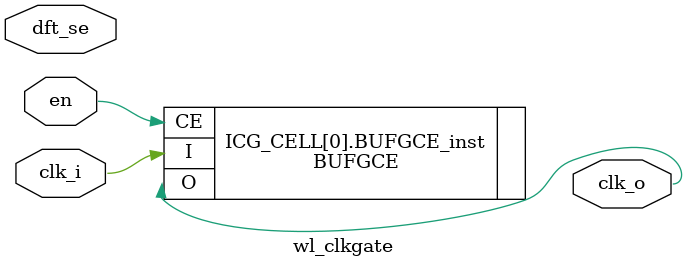
<source format=v>
/* MIT License

Copyright (c) 2020 T-head-Semi

Permission is hereby granted, free of charge, to any person obtaining a copy
of this software and associated documentation files (the "Software"), to deal
in the Software without restriction, including without limitation the rights
to use, copy, modify, merge, publish, distribute, sublicense, and/or sell
copies of the Software, and to permit persons to whom the Software is
furnished to do so, subject to the following conditions:

The above copyright notice and this permission notice shall be included in all
copies or substantial portions of the Software.

THE SOFTWARE IS PROVIDED "AS IS", WITHOUT WARRANTY OF ANY KIND, EXPRESS OR
IMPLIED, INCLUDING BUT NOT LIMITED TO THE WARRANTIES OF MERCHANTABILITY,
FITNESS FOR A PARTICULAR PURPOSE AND NONINFRINGEMENT. IN NO EVENT SHALL THE
AUTHORS OR COPYRIGHT HOLDERS BE LIABLE FOR ANY CLAIM, DAMAGES OR OTHER
LIABILITY, WHETHER IN AN ACTION OF CONTRACT, TORT OR OTHERWISE, ARISING FROM,
OUT OF OR IN CONNECTION WITH THE SOFTWARE OR THE USE OR OTHER DEALINGS IN THE
SOFTWARE. */

module wl_clkgate (
  clk_i,
  dft_se,
  en,
  clk_o      
);
//---------------------------------------------------------------------------------------
//defines / params
//---------------------------------------------------------------------------------------
parameter CLK_NUM = 1;

//---------------------------------------------------------------------------------------
//port list
//---------------------------------------------------------------------------------------
input [CLK_NUM-1:0] clk_i;  //clk in
input dft_se; //dft enable
input [CLK_NUM-1:0] en; //enable high active
output [CLK_NUM-1:0] clk_o; //clk out

//---------------------------------------------------------------------------------------
//process signal
//---------------------------------------------------------------------------------------
reg [CLK_NUM-1:0] en_latch;
genvar i;

//---------------------------------------------------------------------------------------
//code start
//---------------------------------------------------------------------------------------
//`ifdef FPGA

//generate
//    for(i = 0; i < CLK_NUM; i = i + 1)
//        begin:ICG_RTL
//            always @ (*)
//                if(~clk_i[i])
//                    en_latch[i] = en[i] | dft_se;
//            
//            assign  clk_o[i] = en_latch[i] && clk_i[i];//latch output and clock input
//        end
//endgenerate
generate
  for(i = 0; i < CLK_NUM; i = i + 1)
  begin: ICG_CELL
    BUFGCE # (
      .CE_TYPE("SYNC"),       // ASYNC, HARDSYNC, SYNC   
      .IS_CE_INVERTED(1'b0),  // Programmable inversion on CE   
      .IS_I_INVERTED(1'b0)    // Programmable inversion on I
    ) BUFGCE_inst (
      .O(clk_o[i]),           // 1-bit output: Buffer   
      .CE(en[i]),             // 1-bit input: Buffer enable   
      .I(clk_i[i]));          // 1-bit input: Buffer);// End of BUFGCE_inst instantiat
  end
endgenerate

//---------------------------------------------------------------------------------------
//code end
//---------------------------------------------------------------------------------------
endmodule

</source>
